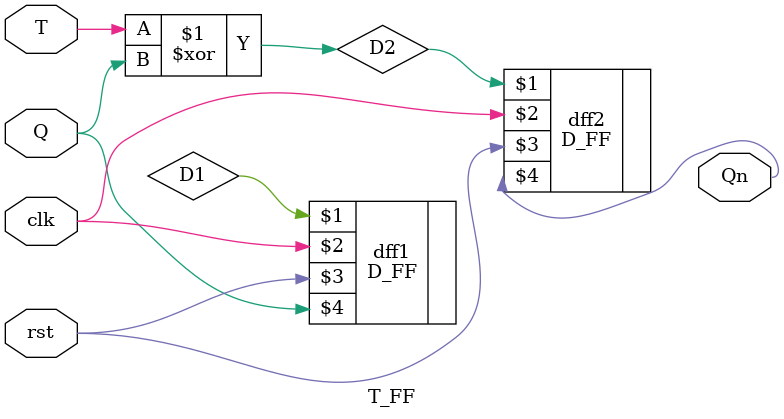
<source format=v>
module T_FF (
    T, clk, rst, Q, Qn
);
    input T, clk, rst, Q;
    output Qn;
    wire D1, D2;

    D_FF dff1 (D1, clk, rst, Q);
    xor gate1 (D2, T, Q);
    D_FF dff2 (D2, clk, rst, Qn);

endmodule

</source>
